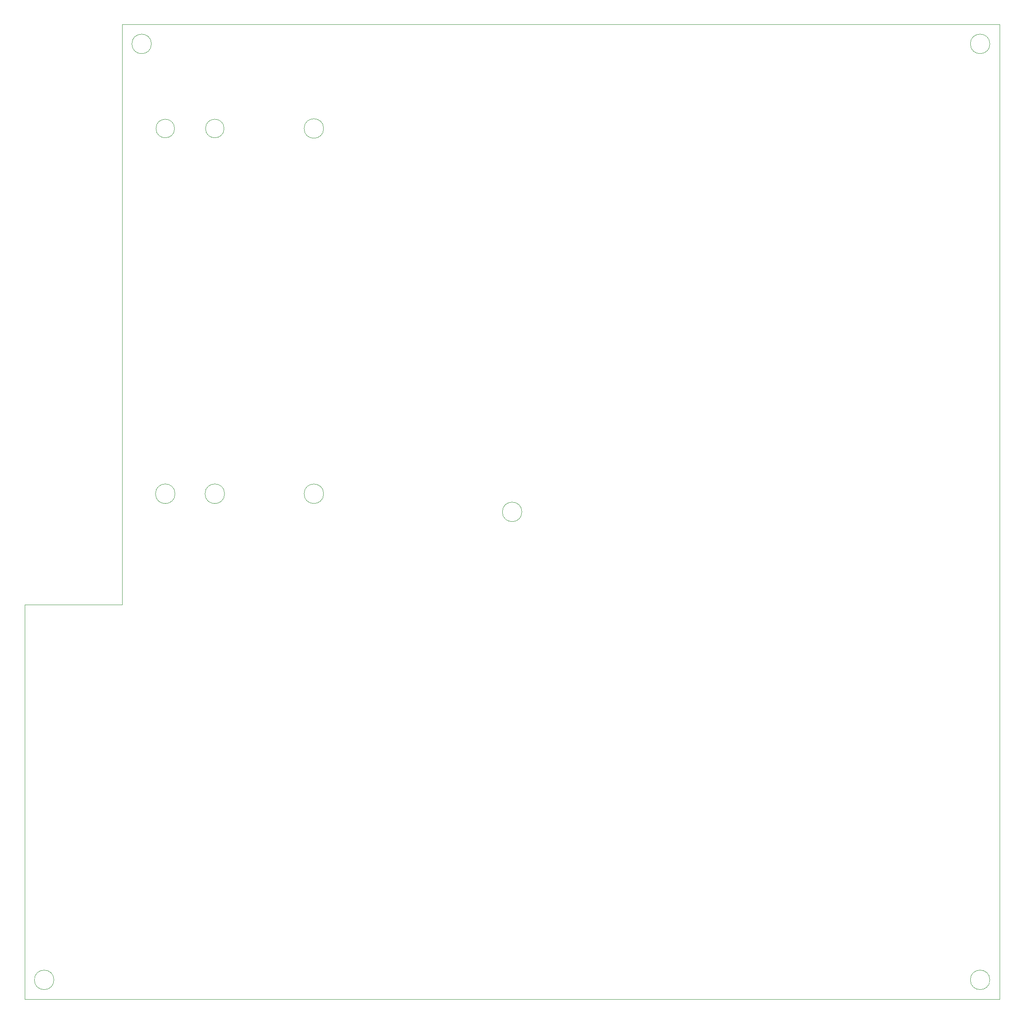
<source format=gbr>
G04 #@! TF.GenerationSoftware,KiCad,Pcbnew,(5.1.4)-1*
G04 #@! TF.CreationDate,2020-04-04T11:31:22+09:00*
G04 #@! TF.ProjectId,RetroConT,52657472-6f43-46f6-9e54-2e6b69636164,rev?*
G04 #@! TF.SameCoordinates,Original*
G04 #@! TF.FileFunction,Profile,NP*
%FSLAX46Y46*%
G04 Gerber Fmt 4.6, Leading zero omitted, Abs format (unit mm)*
G04 Created by KiCad (PCBNEW (5.1.4)-1) date 2020-04-04 11:31:22*
%MOMM*%
%LPD*%
G04 APERTURE LIST*
%ADD10C,0.100000*%
G04 APERTURE END LIST*
D10*
X45000000Y-144000000D02*
X45000000Y-25000000D01*
X45000000Y-25000000D02*
X225000000Y-25000000D01*
X25000000Y-144000000D02*
X25000000Y-225000000D01*
X45000000Y-144000000D02*
X25000000Y-144000000D01*
X127000000Y-125000000D02*
G75*
G03X127000000Y-125000000I-2000000J0D01*
G01*
X225000000Y-225000000D02*
X65000000Y-225000000D01*
X225000000Y-25000000D02*
X225000000Y-225000000D01*
X223000000Y-29000000D02*
G75*
G03X223000000Y-29000000I-2000000J0D01*
G01*
X223000000Y-221000000D02*
G75*
G03X223000000Y-221000000I-2000000J0D01*
G01*
X55753000Y-46355000D02*
G75*
G03X55753000Y-46355000I-1905000J0D01*
G01*
X65913000Y-46355000D02*
G75*
G03X65913000Y-46355000I-1905000J0D01*
G01*
X66016046Y-121285000D02*
G75*
G03X66016046Y-121285000I-2008046J0D01*
G01*
X55856046Y-121285000D02*
G75*
G03X55856046Y-121285000I-2008046J0D01*
G01*
X86328000Y-121285000D02*
G75*
G03X86328000Y-121285000I-2000000J0D01*
G01*
X86328000Y-46355000D02*
G75*
G03X86328000Y-46355000I-2000000J0D01*
G01*
X31000000Y-221000000D02*
G75*
G03X31000000Y-221000000I-2000000J0D01*
G01*
X25000000Y-225000000D02*
X65000000Y-225000000D01*
X51000000Y-29000000D02*
G75*
G03X51000000Y-29000000I-2000000J0D01*
G01*
M02*

</source>
